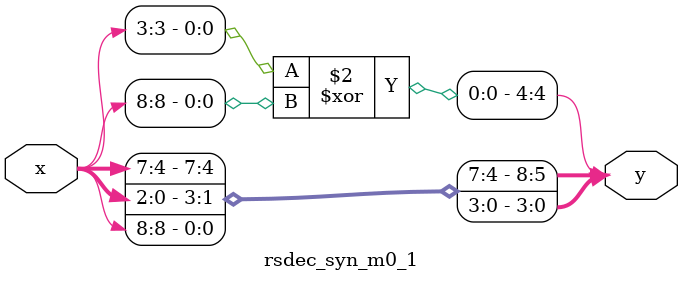
<source format=v>
module rsdec_syn_m0_1 (y, x);
	input [8:0] x;
	output [8:0] y;
	reg [8:0] y;
	always @ (x)
	begin
		y[0] = x[8];
		y[1] = x[0];
		y[2] = x[1];
		y[3] = x[2];
		y[4] = x[3] ^ x[8];
		y[5] = x[4];
		y[6] = x[5];
		y[7] = x[6];
		y[8] = x[7];
	end
endmodule
</source>
